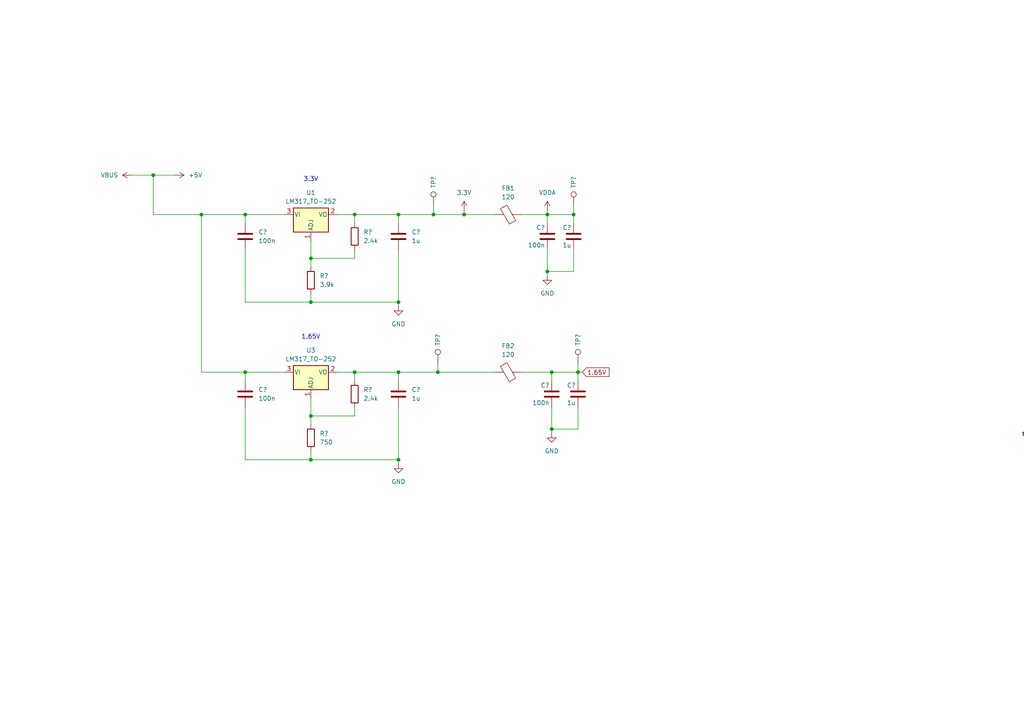
<source format=kicad_sch>
(kicad_sch (version 20250114) (generator "eeschema") (generator_version "9.0")
  (paper "A4")
  (lib_symbols
    (symbol "Connector:TestPoint" (pin_numbers (hide yes)) (pin_names (offset 0.762) (hide yes))
      (property "Reference" "TP" (at 0 6.858 0))
      (property "Value" "TestPoint" (at 0 5.08 0))
      (symbol "TestPoint_0_1"
        (circle (center 0 3.302) (radius 0.762))
      )
      (symbol "TestPoint_1_1"
        (pin passive line (at 0 0 90) (length 2.54) (name "1") (number "1"))
      )
    )
    (symbol "Device:C" (pin_numbers (hide yes)) (pin_names (offset 0.254))
      (property "Reference" "C" (at 0.635 2.54 0))
      (property "Value" "C" (at 0.635 -2.54 0))
      (symbol "C_0_1"
        (polyline (pts (xy -2.032 0.762) (xy 2.032 0.762)) (stroke (width 0.508)))
        (polyline (pts (xy -2.032 -0.762) (xy 2.032 -0.762)) (stroke (width 0.508)))
      )
      (symbol "C_1_1"
        (pin passive line (at 0 3.81 270) (length 2.794) (name "~") (number "1"))
        (pin passive line (at 0 -3.81 90) (length 2.794) (name "~") (number "2"))
      )
    )
    (symbol "Device:FerriteBead" (pin_numbers (hide yes)) (pin_names (offset 0))
      (property "Reference" "FB" (at -3.81 0.635 90))
      (property "Value" "FerriteBead" (at 3.81 0 90))
      (symbol "FerriteBead_0_1"
        (polyline (pts (xy -2.7686 0.4064) (xy -1.7018 2.2606) (xy 2.7686 -0.3048) (xy 1.6764 -2.159) (xy -2.7686 0.4064)))
        (polyline (pts (xy 0 1.27) (xy 0 1.2954)))
        (polyline (pts (xy 0 -1.27) (xy 0 -1.2192)))
      )
      (symbol "FerriteBead_1_1"
        (pin passive line (at 0 3.81 270) (length 2.54) (name "~") (number "1"))
        (pin passive line (at 0 -3.81 90) (length 2.54) (name "~") (number "2"))
      )
    )
    (symbol "Device:R" (pin_numbers (hide yes)) (pin_names (offset 0))
      (property "Reference" "R" (at 2.032 0 90))
      (property "Value" "R" (at 0 0 90))
      (symbol "R_0_1"
        (rectangle (start -1.016 -2.54) (end 1.016 2.54) (stroke (width 0.254)))
      )
      (symbol "R_1_1"
        (pin passive line (at 0 3.81 270) (length 1.27) (name "~") (number "1"))
        (pin passive line (at 0 -3.81 90) (length 1.27) (name "~") (number "2"))
      )
    )
    (symbol "GND_1" (power) (pin_numbers (hide yes)) (pin_names (offset 0) (hide yes))
      (property "Value" "GND" (at 0 -3.81 0))
      (symbol "GND_1_0_1"
        (polyline (pts (xy 0 0) (xy 0 -1.27) (xy 1.27 -1.27) (xy 0 -2.54) (xy -1.27 -1.27) (xy 0 -1.27)))
      )
      (symbol "GND_1_1_1"
        (pin power_in line (at 0 0 270) (length 0) (name "~") (number "1"))
      )
    )
    (symbol "Regulator_Linear:LM317_TO-252" (pin_names (offset 0.254))
      (property "Reference" "U" (at -3.81 3.175 0))
      (property "Value" "LM317_TO-252" (at 0 3.175 0))
      (symbol "LM317_TO-252_0_1"
        (rectangle (start -5.08 1.905) (end 5.08 -5.08) (stroke (width 0.254)) (fill (type background)))
      )
      (symbol "LM317_TO-252_1_1"
        (pin power_in line (at -7.62 0 0) (length 2.54) (name "VI") (number "3"))
        (pin input line (at 0 -7.62 90) (length 2.54) (name "ADJ") (number "1"))
        (pin power_out line (at 7.62 0 180) (length 2.54) (name "VO") (number "2"))
      )
    )
    (symbol "power:+3.3V" (power) (pin_numbers (hide yes)) (pin_names (offset 0) (hide yes))
      (property "Value" "+3.3V" (at 0 3.556 0))
      (symbol "+3.3V_0_1"
        (polyline (pts (xy -0.762 1.27) (xy 0 2.54)))
        (polyline (pts (xy 0 2.54) (xy 0.762 1.27)))
        (polyline (pts (xy 0 0) (xy 0 2.54)))
      )
      (symbol "+3.3V_1_1"
        (pin power_in line (at 0 0 90) (length 0) (name "~") (number "1"))
      )
    )
    (symbol "power:+5V" (power) (pin_numbers (hide yes)) (pin_names (offset 0) (hide yes))
      (property "Value" "+5V" (at 0 3.556 0))
      (symbol "+5V_0_1"
        (polyline (pts (xy -0.762 1.27) (xy 0 2.54)))
        (polyline (pts (xy 0 2.54) (xy 0.762 1.27)))
        (polyline (pts (xy 0 0) (xy 0 2.54)))
      )
      (symbol "+5V_1_1"
        (pin power_in line (at 0 0 90) (length 0) (name "~") (number "1"))
      )
    )
    (symbol "power:VBUS" (power) (pin_numbers (hide yes)) (pin_names (offset 0) (hide yes))
      (property "Value" "VBUS" (at 0 3.556 0))
      (symbol "VBUS_0_1"
        (polyline (pts (xy -0.762 1.27) (xy 0 2.54)))
        (polyline (pts (xy 0 2.54) (xy 0.762 1.27)))
        (polyline (pts (xy 0 0) (xy 0 2.54)))
      )
      (symbol "VBUS_1_1"
        (pin power_in line (at 0 0 90) (length 0) (name "~") (number "1"))
      )
    )
    (symbol "power:VDDA" (power) (pin_numbers (hide yes)) (pin_names (offset 0) (hide yes))
      (property "Value" "VDDA" (at 0 3.556 0))
      (symbol "VDDA_0_1"
        (polyline (pts (xy -0.762 1.27) (xy 0 2.54)))
        (polyline (pts (xy 0 2.54) (xy 0.762 1.27)))
        (polyline (pts (xy 0 0) (xy 0 2.54)))
      )
      (symbol "VDDA_1_1"
        (pin power_in line (at 0 0 90) (length 0) (name "~") (number "1"))
      )
    )
  )
  (text "1.65V\n" (at 90.17 97.79 0) (effects (font (size 1.27 1.27))))
  (text "3.3V\n" (at 90.17 52.07 0) (effects (font (size 1.27 1.27))))
  (junction (at 90.17 87.63))
  (junction (at 102.87 107.95))
  (junction (at 71.12 62.23))
  (junction (at 90.17 120.65))
  (junction (at 90.17 133.35))
  (junction (at 90.17 74.93))
  (junction (at 127 107.95))
  (junction (at 71.12 107.95))
  (junction (at 166.37 62.23))
  (junction (at 58.42 62.23))
  (junction (at 160.02 107.95))
  (junction (at 134.62 62.23))
  (junction (at 167.64 107.95))
  (junction (at 44.45 50.8))
  (junction (at 160.02 124.46))
  (junction (at 115.57 133.35))
  (junction (at 158.75 62.23))
  (junction (at 115.57 62.23))
  (junction (at 115.57 87.63))
  (junction (at 125.73 62.23))
  (junction (at 102.87 62.23))
  (junction (at 115.57 107.95))
  (junction (at 158.75 78.74))
  (wire (pts (xy 71.12 107.95) (xy 82.55 107.95)))
  (wire (pts (xy 71.12 107.95) (xy 58.42 107.95)))
  (wire (pts (xy 102.87 120.65) (xy 90.17 120.65)))
  (wire (pts (xy 127 105.41) (xy 127 107.95)))
  (wire (pts (xy 134.62 62.23) (xy 143.51 62.23)))
  (wire (pts (xy 167.64 105.41) (xy 167.64 107.95)))
  (wire (pts (xy 125.73 59.69) (xy 125.73 62.23)))
  (wire (pts (xy 115.57 87.63) (xy 115.57 72.39)))
  (wire (pts (xy 90.17 120.65) (xy 90.17 123.19)))
  (wire (pts (xy 151.13 107.95) (xy 160.02 107.95)))
  (wire (pts (xy 160.02 118.11) (xy 160.02 124.46)))
  (wire (pts (xy 115.57 62.23) (xy 115.57 64.77)))
  (wire (pts (xy 125.73 62.23) (xy 134.62 62.23)))
  (wire (pts (xy 90.17 87.63) (xy 115.57 87.63)))
  (wire (pts (xy 115.57 107.95) (xy 127 107.95)))
  (wire (pts (xy 115.57 133.35) (xy 115.57 118.11)))
  (wire (pts (xy 71.12 118.11) (xy 71.12 133.35)))
  (wire (pts (xy 115.57 107.95) (xy 115.57 110.49)))
  (wire (pts (xy 102.87 110.49) (xy 102.87 107.95)))
  (wire (pts (xy 102.87 118.11) (xy 102.87 120.65)))
  (wire (pts (xy 127 107.95) (xy 143.51 107.95)))
  (wire (pts (xy 167.64 110.49) (xy 167.64 107.95)))
  (wire (pts (xy 90.17 74.93) (xy 90.17 77.47)))
  (wire (pts (xy 167.64 124.46) (xy 160.02 124.46)))
  (wire (pts (xy 71.12 133.35) (xy 90.17 133.35)))
  (wire (pts (xy 90.17 130.81) (xy 90.17 133.35)))
  (wire (pts (xy 102.87 107.95) (xy 115.57 107.95)))
  (wire (pts (xy 160.02 107.95) (xy 160.02 110.49)))
  (wire (pts (xy 160.02 125.73) (xy 160.02 124.46)))
  (wire (pts (xy 166.37 72.39) (xy 166.37 78.74)))
  (wire (pts (xy 90.17 69.85) (xy 90.17 74.93)))
  (wire (pts (xy 90.17 85.09) (xy 90.17 87.63)))
  (wire (pts (xy 166.37 64.77) (xy 166.37 62.23)))
  (wire (pts (xy 158.75 62.23) (xy 151.13 62.23)))
  (wire (pts (xy 97.79 107.95) (xy 102.87 107.95)))
  (wire (pts (xy 102.87 74.93) (xy 90.17 74.93)))
  (wire (pts (xy 158.75 60.96) (xy 158.75 62.23)))
  (wire (pts (xy 58.42 62.23) (xy 71.12 62.23)))
  (wire (pts (xy 90.17 133.35) (xy 115.57 133.35)))
  (wire (pts (xy 115.57 133.35) (xy 115.57 134.62)))
  (wire (pts (xy 97.79 62.23) (xy 102.87 62.23)))
  (wire (pts (xy 115.57 62.23) (xy 125.73 62.23)))
  (wire (pts (xy 160.02 107.95) (xy 167.64 107.95)))
  (wire (pts (xy 71.12 72.39) (xy 71.12 87.63)))
  (wire (pts (xy 115.57 87.63) (xy 115.57 88.9)))
  (wire (pts (xy 44.45 62.23) (xy 58.42 62.23)))
  (wire (pts (xy 71.12 87.63) (xy 90.17 87.63)))
  (wire (pts (xy 167.64 107.95) (xy 168.91 107.95)))
  (wire (pts (xy 71.12 62.23) (xy 82.55 62.23)))
  (wire (pts (xy 90.17 115.57) (xy 90.17 120.65)))
  (wire (pts (xy 102.87 64.77) (xy 102.87 62.23)))
  (wire (pts (xy 71.12 110.49) (xy 71.12 107.95)))
  (wire (pts (xy 166.37 59.69) (xy 166.37 62.23)))
  (wire (pts (xy 166.37 78.74) (xy 158.75 78.74)))
  (wire (pts (xy 158.75 72.39) (xy 158.75 78.74)))
  (wire (pts (xy 158.75 62.23) (xy 166.37 62.23)))
  (wire (pts (xy 102.87 72.39) (xy 102.87 74.93)))
  (wire (pts (xy 38.1 50.8) (xy 44.45 50.8)))
  (wire (pts (xy 102.87 62.23) (xy 115.57 62.23)))
  (wire (pts (xy 44.45 50.8) (xy 44.45 62.23)))
  (wire (pts (xy 58.42 107.95) (xy 58.42 62.23)))
  (wire (pts (xy 167.64 118.11) (xy 167.64 124.46)))
  (wire (pts (xy 134.62 62.23) (xy 134.62 60.96)))
  (wire (pts (xy 158.75 80.01) (xy 158.75 78.74)))
  (wire (pts (xy 44.45 50.8) (xy 50.8 50.8)))
  (wire (pts (xy 158.75 62.23) (xy 158.75 64.77)))
  (wire (pts (xy 71.12 64.77) (xy 71.12 62.23)))
  (image (at 364.49 88.9))
  (global_label "1.65V" (shape input) (at 168.91 107.95 0) (property "Intersheetrefs" "${INTERSHEET_REFS}" (effects (hide yes))))
  (symbol (lib_id "power:VBUS") (at 38.1 50.8 90) (unit 1)
    (property "Reference" "#PWR0130" (effects (hide yes)))
    (property "Value" "VBUS" (at 34.29 50.7999 90) (effects (justify left)))
    (property "Description" "Power symbol creates a global label with name \"VBUS\"" (effects (hide yes)))
  )
  (symbol (lib_id "Device:C") (at 160.02 114.3 0) (mirror y) (unit 1)
    (property "Reference" "C?" (at 159.385 111.76 0) (effects (justify left)))
    (property "Value" "100n" (at 159.385 116.84 0) (effects (justify left)))
    (property "Footprint" "Capacitor_SMD:C_0402_1005Metric" (effects (hide yes)))
    (property "Manufacturer" "Samsung Electro-Mechanics" (effects (hide yes)))
    (property "Manufacturer Part Number" "CL05B104KB54PNC" (effects (hide yes)))
    (property "Distributor Link" "https://jlcpcb.com/partdetail/291005-CL05B104KB54PNC/C307331" (effects (hide yes)))
    (property "JLC Part Type" "Basic" (effects (hide yes)))
    (property "Other Notes" "50V 100nF X7R ±10% 0402 Multilayer Ceramic Capacitors MLCC - SMD/SMT ROHS" (effects (hide yes)))
    (property "LCSC" "C307331" (effects (hide yes)))
  )
  (symbol (lib_id "power:+5V") (at 50.8 50.8 270) (unit 1)
    (property "Reference" "#PWR0131" (effects (hide yes)))
    (property "Value" "+5V" (at 54.61 50.7999 90) (effects (justify left)))
    (property "Description" "Power symbol creates a global label with name \"+5V\"" (effects (hide yes)))
  )
  (symbol (lib_id "power:VDDA") (at 158.75 60.96 0) (mirror y) (unit 1)
    (property "Reference" "#PWR0122" (effects (hide yes)))
    (property "Value" "VDDA" (at 158.75 55.88 0))
    (property "Description" "Power symbol creates a global label with name \"VDDA\"" (effects (hide yes)))
  )
  (symbol (lib_name "GND_1") (lib_id "power:GND") (at 115.57 134.62 0) (mirror y) (unit 1)
    (property "Reference" "#PWR0133" (effects (hide yes)))
    (property "Value" "GND" (at 115.57 139.7 0))
    (property "Description" "Power symbol creates a global label with name \"GND\" , ground" (effects (hide yes)))
  )
  (symbol (lib_id "Device:C") (at 158.75 68.58 0) (mirror y) (unit 1)
    (property "Reference" "C?" (at 158.115 66.04 0) (effects (justify left)))
    (property "Value" "100n" (at 158.115 71.12 0) (effects (justify left)))
    (property "Footprint" "Capacitor_SMD:C_0402_1005Metric" (effects (hide yes)))
    (property "Manufacturer" "Samsung Electro-Mechanics" (effects (hide yes)))
    (property "Manufacturer Part Number" "CL05B104KB54PNC" (effects (hide yes)))
    (property "Distributor Link" "https://jlcpcb.com/partdetail/291005-CL05B104KB54PNC/C307331" (effects (hide yes)))
    (property "JLC Part Type" "Basic" (effects (hide yes)))
    (property "Other Notes" "50V 100nF X7R ±10% 0402 Multilayer Ceramic Capacitors MLCC - SMD/SMT ROHS" (effects (hide yes)))
    (property "LCSC" "C307331" (effects (hide yes)))
  )
  (symbol (lib_id "Device:R") (at 102.87 114.3 0) (unit 1)
    (property "Reference" "R?" (at 105.41 113.0299 0) (effects (justify left)))
    (property "Value" "2.4k" (at 105.41 115.5699 0) (effects (justify left)))
    (property "Description" "Resistor" (effects (hide yes)))
  )
  (symbol (lib_id "Device:C") (at 115.57 68.58 0) (unit 1)
    (property "Reference" "C?" (at 119.38 67.3099 0) (effects (justify left)))
    (property "Value" "1u" (at 119.38 69.8499 0) (effects (justify left)))
    (property "Description" "Unpolarized capacitor" (effects (hide yes)))
  )
  (symbol (lib_id "Connector:TestPoint") (at 127 105.41 0) (unit 1)
    (property "Reference" "TP?" (at 127 100.33 90) (effects (justify left)))
    (property "Value" "TestPoint" (effects (hide yes)))
    (property "Footprint" "TestPoint:TestPoint_Pad_1.5x1.5mm" (effects (hide yes)))
    (property "Description" "test point" (effects (hide yes)))
  )
  (symbol (lib_id "Connector:TestPoint") (at 166.37 59.69 0) (unit 1)
    (property "Reference" "TP?" (at 166.37 54.61 90) (effects (justify left)))
    (property "Value" "TestPoint" (effects (hide yes)))
    (property "Footprint" "TestPoint:TestPoint_Pad_1.5x1.5mm" (effects (hide yes)))
    (property "Description" "test point" (effects (hide yes)))
  )
  (symbol (lib_id "Device:C") (at 167.64 114.3 0) (mirror y) (unit 1)
    (property "Reference" "C?" (at 167.005 111.76 0) (effects (justify left)))
    (property "Value" "1u" (at 167.005 116.84 0) (effects (justify left)))
    (property "Footprint" "Capacitor_SMD:C_0805_2012Metric" (effects (hide yes)))
    (property "Manufacturer" "Samsung Electro-Mechanics" (effects (hide yes)))
    (property "Manufacturer Part Number" "CL21B105KBFNNNE" (effects (hide yes)))
    (property "Distributor Link" "https://jlcpcb.com/partdetail/29074-CL21B105KBFNNNE/C28323" (effects (hide yes)))
    (property "JLC Part Type" "Basic" (effects (hide yes)))
    (property "Other Notes" "50V 1uF X7R ±10% 0805 Multilayer Ceramic Capacitors MLCC - SMD/SMT ROHS" (effects (hide yes)))
    (property "LCSC" "C28323" (effects (hide yes)))
  )
  (symbol (lib_id "Connector:TestPoint") (at 125.73 59.69 0) (unit 1)
    (property "Reference" "TP?" (at 125.73 54.61 90) (effects (justify left)))
    (property "Value" "TestPoint" (effects (hide yes)))
    (property "Footprint" "TestPoint:TestPoint_Pad_1.5x1.5mm" (effects (hide yes)))
    (property "Description" "test point" (effects (hide yes)))
  )
  (symbol (lib_id "Device:C") (at 71.12 68.58 0) (unit 1)
    (property "Reference" "C?" (at 74.93 67.3099 0) (effects (justify left)))
    (property "Value" "100n" (at 74.93 69.8499 0) (effects (justify left)))
    (property "Description" "Unpolarized capacitor" (effects (hide yes)))
  )
  (symbol (lib_id "Regulator_Linear:LM317_TO-252") (at 90.17 62.23 0) (unit 1)
    (property "Reference" "U1" (at 90.17 55.88 0))
    (property "Value" "LM317_TO-252" (at 90.17 58.42 0))
    (property "Footprint" "Package_TO_SOT_SMD:SOT-89-3" (effects (hide yes)))
    (property "Datasheet" "http://www.ti.com/lit/ds/snvs774n/snvs774n.pdf" (effects (hide yes)))
    (property "Description" "1.5A 35V Adjustable Linear Regulator, TO-252" (effects (hide yes)))
  )
  (symbol (lib_id "power:+3.3V") (at 134.62 60.96 0) (unit 1)
    (property "Reference" "#PWR093" (effects (hide yes)))
    (property "Value" "3.3V" (at 134.62 55.88 0))
    (property "Description" "Power symbol creates a global label with name \"+3.3V\"" (effects (hide yes)))
  )
  (symbol (lib_id "Device:R") (at 90.17 81.28 0) (unit 1)
    (property "Reference" "R?" (at 92.71 80.0099 0) (effects (justify left)))
    (property "Value" "3.9k" (at 92.71 82.5499 0) (effects (justify left)))
    (property "Description" "Resistor" (effects (hide yes)))
  )
  (symbol (lib_name "GND_1") (lib_id "power:GND") (at 160.02 125.73 0) (mirror y) (unit 1)
    (property "Reference" "#PWR0132" (effects (hide yes)))
    (property "Value" "GND" (at 160.02 130.81 0))
    (property "Description" "Power symbol creates a global label with name \"GND\" , ground" (effects (hide yes)))
  )
  (symbol (lib_name "GND_1") (lib_id "power:GND") (at 158.75 80.01 0) (mirror y) (unit 1)
    (property "Reference" "#PWR0132" (effects (hide yes)))
    (property "Value" "GND" (at 158.75 85.09 0))
    (property "Description" "Power symbol creates a global label with name \"GND\" , ground" (effects (hide yes)))
  )
  (symbol (lib_id "Device:C") (at 71.12 114.3 0) (unit 1)
    (property "Reference" "C?" (at 74.93 113.0299 0) (effects (justify left)))
    (property "Value" "100n" (at 74.93 115.5699 0) (effects (justify left)))
    (property "Description" "Unpolarized capacitor" (effects (hide yes)))
  )
  (symbol (lib_id "Device:R") (at 90.17 127 0) (unit 1)
    (property "Reference" "R?" (at 92.71 125.7299 0) (effects (justify left)))
    (property "Value" "750" (at 92.71 128.2699 0) (effects (justify left)))
    (property "Description" "Resistor" (effects (hide yes)))
  )
  (symbol (lib_id "Device:C") (at 166.37 68.58 0) (mirror y) (unit 1)
    (property "Reference" "C?" (at 165.735 66.04 0) (effects (justify left)))
    (property "Value" "1u" (at 165.735 71.12 0) (effects (justify left)))
    (property "Footprint" "Capacitor_SMD:C_0805_2012Metric" (effects (hide yes)))
    (property "Manufacturer" "Samsung Electro-Mechanics" (effects (hide yes)))
    (property "Manufacturer Part Number" "CL21B105KBFNNNE" (effects (hide yes)))
    (property "Distributor Link" "https://jlcpcb.com/partdetail/29074-CL21B105KBFNNNE/C28323" (effects (hide yes)))
    (property "JLC Part Type" "Basic" (effects (hide yes)))
    (property "Other Notes" "50V 1uF X7R ±10% 0805 Multilayer Ceramic Capacitors MLCC - SMD/SMT ROHS" (effects (hide yes)))
    (property "LCSC" "C28323" (effects (hide yes)))
  )
  (symbol (lib_id "Device:R") (at 102.87 68.58 0) (unit 1)
    (property "Reference" "R?" (at 105.41 67.3099 0) (effects (justify left)))
    (property "Value" "2.4k" (at 105.41 69.8499 0) (effects (justify left)))
    (property "Description" "Resistor" (effects (hide yes)))
  )
  (symbol (lib_id "Device:C") (at 115.57 114.3 0) (unit 1)
    (property "Reference" "C?" (at 119.38 113.0299 0) (effects (justify left)))
    (property "Value" "1u" (at 119.38 115.5699 0) (effects (justify left)))
    (property "Description" "Unpolarized capacitor" (effects (hide yes)))
  )
  (symbol (lib_id "Regulator_Linear:LM317_TO-252") (at 90.17 107.95 0) (unit 1)
    (property "Reference" "U3" (at 90.17 101.6 0))
    (property "Value" "LM317_TO-252" (at 90.17 104.14 0))
    (property "Footprint" "Package_TO_SOT_SMD:SOT-89-3" (effects (hide yes)))
    (property "Datasheet" "http://www.ti.com/lit/ds/snvs774n/snvs774n.pdf" (effects (hide yes)))
    (property "Description" "1.5A 35V Adjustable Linear Regulator, TO-252" (effects (hide yes)))
  )
  (symbol (lib_id "Connector:TestPoint") (at 167.64 105.41 0) (unit 1)
    (property "Reference" "TP?" (at 167.64 100.33 90) (effects (justify left)))
    (property "Value" "TestPoint" (effects (hide yes)))
    (property "Footprint" "TestPoint:TestPoint_Pad_1.5x1.5mm" (effects (hide yes)))
    (property "Description" "test point" (effects (hide yes)))
  )
  (symbol (lib_id "Device:FerriteBead") (at 147.32 62.23 270) (mirror x) (unit 1)
    (property "Reference" "FB1" (at 147.3708 54.61 90))
    (property "Value" "120" (at 147.3708 57.15 90))
    (property "Footprint" "SamacSys_Parts:BLM31KN102BH1L" (effects (hide yes)))
    (property "Description" "Ferrite bead" (effects (hide yes)))
  )
  (symbol (lib_id "Device:FerriteBead") (at 147.32 107.95 270) (mirror x) (unit 1)
    (property "Reference" "FB2" (at 147.3708 100.33 90))
    (property "Value" "120" (at 147.3708 102.87 90))
    (property "Footprint" "SamacSys_Parts:BLM31KN102BH1L" (effects (hide yes)))
    (property "Description" "Ferrite bead" (effects (hide yes)))
  )
  (symbol (lib_name "GND_1") (lib_id "power:GND") (at 115.57 88.9 0) (mirror y) (unit 1)
    (property "Reference" "#PWR058" (effects (hide yes)))
    (property "Value" "GND" (at 115.57 93.98 0))
    (property "Description" "Power symbol creates a global label with name \"GND\" , ground" (effects (hide yes)))
  )
)
</source>
